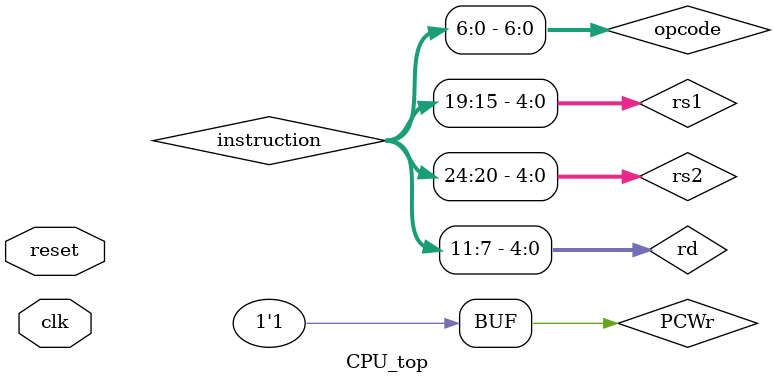
<source format=sv>

module CPU_top(
    input  logic clk,
    input  logic reset   // opcional: si quieres reiniciar PC externamente
);

    // --------------------------
    // Program Counter
    // --------------------------
    logic signed [31:0] pc;
    logic signed [31:0] pc_next;
    logic signed [31:0] pc_plus4;

    // PC write enable (single-cycle simple = siempre 1)
    logic PCWr = 1'b1;

    ProgramCounter pc_unit (
        .clk(clk),
        .PCWr(PCWr),
        .PCIn(pc_next),
        .PCOut(pc)
    );

    // --------------------------
    // Instruction Memory
    // --------------------------
    logic [31:0] instruction;
    InstructionMemory instr_mem (
        .address(pc),
        .instruction(instruction)
    );

    // --------------------------
    // Decode instruction fields
    // --------------------------
    wire [6:0] opcode;
    wire [4:0] rd;
    wire [2:0] funct3;
    wire [4:0] rs1;
    wire [4:0] rs2;
    wire [6:0] funct7;

    assign opcode = instruction[6:0];
    assign rd     = instruction[11:7];
    assign funct3 = instruction[14:12];
    assign rs1    = instruction[19:15];
    assign rs2    = instruction[24:20];
    assign funct7 = instruction[31:25];

    // --------------------------
    // Control Unit
    // --------------------------
    logic        RUWr;
    logic [1:0]  RUDataWrSrc;
    logic        ALUASrc;
    logic        ALUBSrc;
    logic [3:0]  ALUOp;
    logic        DMWr;
    logic [2:0]  DMCtrl;
    logic [2:0]  ImmSrc;
    logic [4:0]  BrOp;

    ControlUnit control (
        .OpCode(opcode),
        .Funct3(funct3),
        .Funct7(funct7),
        .RUWr(RUWr),
        .RUDataWrSrc(RUDataWrSrc),
        .ALUASrc(ALUASrc),
        .ALUBSrc(ALUBSrc),
        .ALUOp(ALUOp),
        .DMWr(DMWr),
        .DMCtrl(DMCtrl),
        .ImmSrc(ImmSrc),
        .BrOp(BrOp)
    );

    // --------------------------
    // Immediate generator
    // --------------------------
    logic signed [31:0] Imm_ext;
    ImmGenerator immgen (
        .ImmSrc(ImmSrc),
        .instruction(instruction),
        .Imm_ext(Imm_ext)
    );

    // --------------------------
    // Register file (RegistersUnit)
    // --------------------------
    logic signed [31:0] ru_rs1;
    logic signed [31:0] ru_rs2;
    logic signed [31:0] ru_writeback_data;

    RegistersUnit registers_unit (
        .clk(clk),
        .rs1(rs1),
        .rs2(rs2),
        .rd(rd),
        .DataWR(ru_writeback_data),
        .RUWr(RUWr),
        .ru_rs1(ru_rs1),
        .ru_rs2(ru_rs2)
    );

    // --------------------------
    // ALU input muxes
    // --------------------------
    logic signed [31:0] alu_a;
    logic signed [31:0] alu_b;

    ALUASrcMux alusrc_a_mux (
        .ru_rs1(ru_rs1),
        .pc(pc),
        .sel(ALUASrc),
        .a(alu_a)
    );

    ALUBSrcMux alub_src_mux (
        .ru_rs2(ru_rs2),
        .Imm_ext(Imm_ext),
        .sel(ALUBSrc),
        .b(alu_b)
    );

    // --------------------------
    // ALU
    // --------------------------
    logic signed [31:0] ALURes;
    ALU alu (
        .A(alu_a),
        .B(alu_b),
        .ALUOp(ALUOp),
        .ALURes(ALURes)
    );

    // --------------------------
    // Branch unit: decide NextPCSrc
    // --------------------------
    logic NextPCSrc;
    BranchUnit branch_unit (
        .BrOp(BrOp),
        .A(ru_rs1),
        .B(ru_rs2),
        .NextPCSrc(NextPCSrc)
    );

    // --------------------------
    // Adder pc+4
    // --------------------------
    Adder adder_pc4 (
        .pc_in(pc),
        .pc_out(pc_plus4)
    );

    // --------------------------
    // Next PC Mux (PC+4 or branch target)
    // --------------------------
    // branch_target conectado a ALURes (el ALU debe estar configurado para calcular pc+imm o rs1+imm según control)
    NextPCMux nextpc_mux (
        .pc_plus4(pc_plus4),
        .branch_target(ALURes),
        .sel(NextPCSrc),
        .next_pc(pc_next)
    );

    // --------------------------
    // Data Memory 
    // --------------------------
    logic signed [31:0] data_mem_rd;
    DataMemory #(.ADDR_WIDTH(10)) data_mem (
        .clk(clk),
        .Address(ALURes),
        .DataWr(ru_rs2),
        .DMWr(DMWr),
        .DMCtrl(DMCtrl),
        .DataRd(data_mem_rd)
    );

    // --------------------------
    // RU Writeback Mux (ALU / Mem / PC+4)
    // --------------------------
    RUDataWrSrcMux wr_mux (
        .alu_result(ALURes),
        .data_mem_rd(data_mem_rd),
        .adder_result(pc_plus4),
        .imm_ext(Imm_ext),
        .sel(RUDataWrSrc),
        .ru_wrdata(ru_writeback_data)
    );

endmodule

</source>
